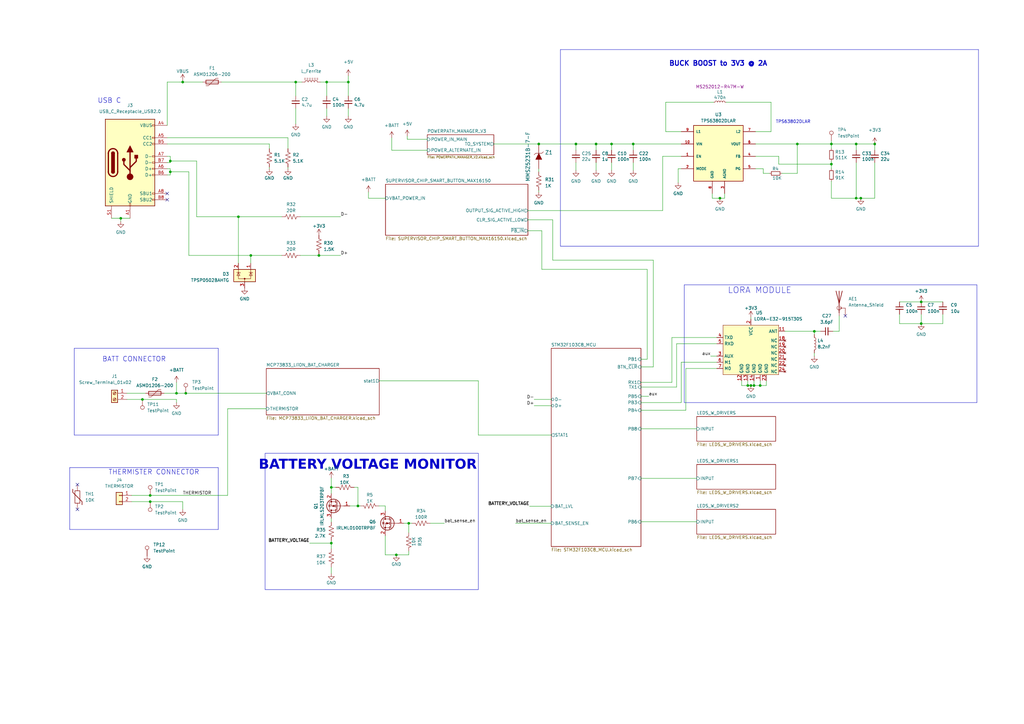
<source format=kicad_sch>
(kicad_sch (version 20230121) (generator eeschema)
  (paper "A3")
  (lib_symbols
    (symbol "Connector:Screw_Terminal_01x02" (pin_names (offset 1.016) hide)
      (property "Reference" "J" (at 0 2.54 0))
      (property "Value" "Screw_Terminal_01x02" (at 0 -5.08 0))
      (symbol "Screw_Terminal_01x02_1_1"
        (pin passive line (at -5.08 0 0) (length 3.81) (name "Pin_1") (number "1"))
        (pin passive line (at -5.08 -2.54 0) (length 3.81) (name "Pin_2") (number "2"))
      )
    )
    (symbol "Connector:TestPoint" (pin_numbers hide) (pin_names (offset 0.762) hide)
      (property "Reference" "TP" (at 0 6.858 0))
      (property "Value" "TestPoint" (at 0 5.08 0))
      (symbol "TestPoint_1_1"
        (pin passive line (at 0 0 90) (length 2.54) (name "1") (number "1"))
      )
    )
    (symbol "Connector:USB_C_Receptacle_USB2.0" (pin_names (offset 1.016))
      (property "Reference" "J" (at -10.16 19.05 0))
      (property "Value" "USB_C_Receptacle_USB2.0" (at 19.05 19.05 0))
      (symbol "USB_C_Receptacle_USB2.0_1_1"
        (pin passive line (at 0 -22.86 90) (length 5.08) (name "GND") (number "A1"))
        (pin passive line (at 0 -22.86 90) (length 5.08) hide (name "GND") (number "A12"))
        (pin passive line (at 15.24 15.24 180) (length 5.08) (name "VBUS") (number "A4"))
        (pin bidirectional line (at 15.24 10.16 180) (length 5.08) (name "CC1") (number "A5"))
        (pin bidirectional line (at 15.24 -2.54 180) (length 5.08) (name "D+") (number "A6"))
        (pin bidirectional line (at 15.24 2.54 180) (length 5.08) (name "D-") (number "A7"))
        (pin bidirectional line (at 15.24 -12.7 180) (length 5.08) (name "SBU1") (number "A8"))
        (pin passive line (at 15.24 15.24 180) (length 5.08) hide (name "VBUS") (number "A9"))
        (pin passive line (at 0 -22.86 90) (length 5.08) hide (name "GND") (number "B1"))
        (pin passive line (at 0 -22.86 90) (length 5.08) hide (name "GND") (number "B12"))
        (pin passive line (at 15.24 15.24 180) (length 5.08) hide (name "VBUS") (number "B4"))
        (pin bidirectional line (at 15.24 7.62 180) (length 5.08) (name "CC2") (number "B5"))
        (pin bidirectional line (at 15.24 -5.08 180) (length 5.08) (name "D+") (number "B6"))
        (pin bidirectional line (at 15.24 0 180) (length 5.08) (name "D-") (number "B7"))
        (pin bidirectional line (at 15.24 -15.24 180) (length 5.08) (name "SBU2") (number "B8"))
        (pin passive line (at 15.24 15.24 180) (length 5.08) hide (name "VBUS") (number "B9"))
        (pin passive line (at -7.62 -22.86 90) (length 5.08) (name "SHIELD") (number "S1"))
      )
    )
    (symbol "Connector_Generic:Conn_01x02" (pin_names (offset 1.016) hide)
      (property "Reference" "J" (at 0 2.54 0))
      (property "Value" "Conn_01x02" (at 0 -5.08 0))
      (symbol "Conn_01x02_1_1"
        (pin passive line (at -5.08 0 0) (length 3.81) (name "Pin_1") (number "1"))
        (pin passive line (at -5.08 -2.54 0) (length 3.81) (name "Pin_2") (number "2"))
      )
    )
    (symbol "Device:Antenna_Shield" (pin_numbers hide) (pin_names (offset 1.016) hide)
      (property "Reference" "AE" (at -1.905 4.445 0))
      (property "Value" "Antenna_Shield" (at -1.905 2.54 0))
      (symbol "Antenna_Shield_1_1"
        (pin input line (at 0 -5.08 90) (length 2.54) (name "A") (number "1"))
        (pin input line (at 2.54 -5.08 90) (length 2.54) (name "Shield") (number "2"))
      )
    )
    (symbol "Device:C_Small" (pin_numbers hide) (pin_names (offset 0.254) hide)
      (property "Reference" "C" (at 0.254 1.778 0))
      (property "Value" "C_Small" (at 0.254 -2.032 0))
      (symbol "C_Small_1_1"
        (pin passive line (at 0 2.54 270) (length 2.032) (name "~") (number "1"))
        (pin passive line (at 0 -2.54 90) (length 2.032) (name "~") (number "2"))
      )
    )
    (symbol "Device:L" (pin_numbers hide) (pin_names (offset 1.016) hide)
      (property "Reference" "L" (at -1.27 0 90))
      (property "Value" "L" (at 1.905 0 90))
      (symbol "L_1_1"
        (pin passive line (at 0 3.81 270) (length 1.27) (name "1") (number "1"))
        (pin passive line (at 0 -3.81 90) (length 1.27) (name "2") (number "2"))
      )
    )
    (symbol "Device:L_Ferrite" (pin_numbers hide) (pin_names (offset 1.016) hide)
      (property "Reference" "L" (at -1.27 0 90))
      (property "Value" "L_Ferrite" (at 2.794 0 90))
      (symbol "L_Ferrite_1_1"
        (pin passive line (at 0 3.81 270) (length 1.27) (name "1") (number "1"))
        (pin passive line (at 0 -3.81 90) (length 1.27) (name "2") (number "2"))
      )
    )
    (symbol "Device:L_Small" (pin_numbers hide) (pin_names (offset 0.254) hide)
      (property "Reference" "L" (at 0.762 1.016 0))
      (property "Value" "L_Small" (at 0.762 -1.016 0))
      (symbol "L_Small_1_1"
        (pin passive line (at 0 2.54 270) (length 0.508) (name "~") (number "1"))
        (pin passive line (at 0 -2.54 90) (length 0.508) (name "~") (number "2"))
      )
    )
    (symbol "Device:Polyfuse" (pin_numbers hide) (pin_names (offset 0))
      (property "Reference" "F" (at -2.54 0 90))
      (property "Value" "Polyfuse" (at 2.54 0 90))
      (symbol "Polyfuse_1_1"
        (pin passive line (at 0 3.81 270) (length 1.27) (name "~") (number "1"))
        (pin passive line (at 0 -3.81 90) (length 1.27) (name "~") (number "2"))
      )
    )
    (symbol "Device:Q_NMOS_GSD" (pin_names (offset 0) hide)
      (property "Reference" "Q" (at 5.08 1.27 0))
      (property "Value" "Q_NMOS_GSD" (at 5.08 -1.27 0))
      (symbol "Q_NMOS_GSD_1_1"
        (pin input line (at -5.08 0 0) (length 2.54) (name "G") (number "1"))
        (pin passive line (at 2.54 -5.08 90) (length 2.54) (name "S") (number "2"))
        (pin passive line (at 2.54 5.08 270) (length 2.54) (name "D") (number "3"))
      )
    )
    (symbol "Device:Q_PMOS_GSD" (pin_names (offset 0) hide)
      (property "Reference" "Q" (at 5.08 1.27 0))
      (property "Value" "Q_PMOS_GSD" (at 5.08 -1.27 0))
      (symbol "Q_PMOS_GSD_1_1"
        (pin input line (at -5.08 0 0) (length 2.54) (name "G") (number "1"))
        (pin passive line (at 2.54 -5.08 90) (length 2.54) (name "S") (number "2"))
        (pin passive line (at 2.54 5.08 270) (length 2.54) (name "D") (number "3"))
      )
    )
    (symbol "Device:R_Small" (pin_numbers hide) (pin_names (offset 0.254) hide)
      (property "Reference" "R" (at 0.762 0.508 0))
      (property "Value" "R_Small" (at 0.762 -1.016 0))
      (symbol "R_Small_1_1"
        (pin passive line (at 0 2.54 270) (length 0.762) (name "~") (number "1"))
        (pin passive line (at 0 -2.54 90) (length 0.762) (name "~") (number "2"))
      )
    )
    (symbol "Device:R_US" (pin_numbers hide) (pin_names (offset 0))
      (property "Reference" "R" (at 2.54 0 90))
      (property "Value" "R_US" (at -2.54 0 90))
      (symbol "R_US_1_1"
        (pin passive line (at 0 3.81 270) (length 1.27) (name "~") (number "1"))
        (pin passive line (at 0 -3.81 90) (length 1.27) (name "~") (number "2"))
      )
    )
    (symbol "Device:Thermistor" (pin_numbers hide) (pin_names (offset 0))
      (property "Reference" "TH" (at 2.54 1.27 90))
      (property "Value" "Thermistor" (at -2.54 0 90))
      (symbol "Thermistor_1_1"
        (pin passive line (at 0 5.08 270) (length 2.54) (name "~") (number "1"))
        (pin passive line (at 0 -5.08 90) (length 2.54) (name "~") (number "2"))
      )
    )
    (symbol "GCL_Integrated-Circuits:LORA-E32-915T30S"
      (property "Reference" "U" (at 3.81 3.81 0))
      (property "Value" "LORA-E32-915T30S" (at 3.81 1.27 0))
      (symbol "LORA-E32-915T30S_0_0"
        (pin power_in line (at 19.05 -24.13 90) (length 2.54) (name "GND") (number "1"))
        (pin power_in line (at 29.21 -3.81 180) (length 2.54) (name "ANT") (number "11"))
        (pin power_in line (at 11.43 -24.13 90) (length 2.54) (name "GND") (number "12"))
        (pin power_in line (at 13.97 -24.13 90) (length 2.54) (name "GND") (number "13"))
        (pin power_in line (at 16.51 -24.13 90) (length 2.54) (name "GND") (number "14"))
        (pin no_connect line (at 29.21 -7.62 180) (length 2.54) (name "NC") (number "18"))
        (pin no_connect line (at 29.21 -10.16 180) (length 2.54) (name "NC") (number "19"))
        (pin power_in line (at 15.24 1.27 270) (length 2.54) (name "VCC") (number "2"))
        (pin no_connect line (at 29.21 -12.7 180) (length 2.54) (name "NC") (number "20"))
        (pin no_connect line (at 29.21 -15.24 180) (length 2.54) (name "NC") (number "21"))
        (pin no_connect line (at 29.21 -17.78 180) (length 2.54) (name "NC") (number "22"))
        (pin power_in line (at 21.59 -24.13 90) (length 2.54) (name "GND") (number "23"))
        (pin no_connect line (at 29.21 -20.32 180) (length 2.54) (name "NC") (number "24"))
        (pin output line (at 1.27 -13.97 0) (length 2.54) (name "AUX") (number "3"))
        (pin passive line (at 1.27 -6.35 0) (length 2.54) (name "TXD") (number "4"))
        (pin passive line (at 1.27 -8.89 0) (length 2.54) (name "RXD") (number "5"))
        (pin passive line (at 1.27 -16.51 0) (length 2.54) (name "M1") (number "6"))
        (pin passive line (at 1.27 -19.05 0) (length 2.54) (name "M0") (number "7"))
      )
    )
    (symbol "Power_Protection:SP0502BAHT" (pin_names hide)
      (property "Reference" "D" (at 5.715 2.54 0))
      (property "Value" "SP0502BAHT" (at 5.715 0.635 0))
      (symbol "SP0502BAHT_0_0"
        (pin passive line (at 0 -5.08 90) (length 2.54) (name "A") (number "3"))
      )
      (symbol "SP0502BAHT_1_1"
        (pin passive line (at -2.54 5.08 270) (length 2.54) (name "K") (number "1"))
        (pin passive line (at 2.54 5.08 270) (length 2.54) (name "K") (number "2"))
      )
    )
    (symbol "TPS63802DLAR:TPS63802DLAR" (pin_names (offset 1.016))
      (property "Reference" "U?" (at 0 17.78 0))
      (property "Value" "TPS63802DLAR" (at 0 15.24 0))
      (symbol "TPS63802DLAR_0_0"
        (pin input line (at -15.24 0 0) (length 5.08) (name "EN") (number "1"))
        (pin input line (at -15.24 5.08 0) (length 5.08) (name "VIN") (number "10"))
        (pin input line (at -15.24 -5.08 0) (length 5.08) (name "MODE") (number "2"))
        (pin power_in line (at 2.54 -15.24 90) (length 5.08) (name "AGND") (number "3"))
        (pin input line (at 15.24 0 180) (length 5.08) (name "FB") (number "4"))
        (pin output line (at 15.24 -5.08 180) (length 5.08) (name "PG") (number "5"))
        (pin output line (at 15.24 5.08 180) (length 5.08) (name "VOUT") (number "6"))
        (pin passive line (at 15.24 10.16 180) (length 5.08) (name "L2") (number "7"))
        (pin power_in line (at -2.54 -15.24 90) (length 5.08) (name "GND") (number "8"))
        (pin passive line (at -15.24 10.16 0) (length 5.08) (name "L1") (number "9"))
      )
    )
    (symbol "dk_Diodes-Zener-Single:MMSZ5231B-7-F" (pin_numbers hide) (pin_names (offset 0) hide)
      (property "Reference" "Z" (at 0 3.81 0))
      (property "Value" "MMSZ5231B-7-F" (at 0 -3.81 0))
      (symbol "MMSZ5231B-7-F_1_1"
        (pin passive line (at -5.08 0 0) (length 3.81) (name "~") (number "A"))
        (pin passive line (at 5.08 0 180) (length 3.81) (name "~") (number "K"))
      )
    )
    (symbol "power:+3V3" (power) (pin_names (offset 0))
      (property "Value" "+3V3" (at 0 3.556 0))
      (symbol "+3V3_1_1"
        (pin power_in line (at 0 0 90) (length 0) hide (name "+3V3") (number "1"))
      )
    )
    (symbol "power:+5V" (power) (pin_names (offset 0))
      (property "Value" "+5V" (at 0 3.556 0))
      (symbol "+5V_1_1"
        (pin power_in line (at 0 0 90) (length 0) hide (name "+5V") (number "1"))
      )
    )
    (symbol "power:+BATT" (power) (pin_names (offset 0))
      (property "Value" "+BATT" (at 0 3.556 0))
      (symbol "+BATT_1_1"
        (pin power_in line (at 0 0 90) (length 0) hide (name "+BATT") (number "1"))
      )
    )
    (symbol "power:GND" (power) (pin_names (offset 0))
      (property "Value" "GND" (at 0 -3.81 0))
      (symbol "GND_1_1"
        (pin power_in line (at 0 0 270) (length 0) hide (name "GND") (number "1"))
      )
    )
    (symbol "power:VBUS" (power) (pin_names (offset 0))
      (property "Value" "VBUS" (at 0 3.81 0))
      (symbol "VBUS_1_1"
        (pin power_in line (at 0 0 90) (length 0) hide (name "VBUS") (number "1"))
      )
    )
  )
  (junction (at 69.85 70.485))
  (junction (at 295.275 81.28))
  (junction (at 49.53 89.535))
  (junction (at 167.64 214.63))
  (junction (at 121.285 33.655))
  (junction (at 97.79 88.9))
  (junction (at 351.155 59.055))
  (junction (at 377.825 123.825))
  (junction (at 58.42 163.83))
  (junction (at 327.025 59.055))
  (junction (at 146.812 207.518))
  (junction (at 351.155 81.28))
  (junction (at 334.01 135.89))
  (junction (at 142.875 33.655))
  (junction (at 358.775 59.055))
  (junction (at 133.985 33.655))
  (junction (at 236.22 59.055))
  (junction (at 340.995 59.055))
  (junction (at 135.89 199.898))
  (junction (at 130.81 104.775))
  (junction (at 340.995 67.31))
  (junction (at 311.785 158.115))
  (junction (at 353.06 81.28))
  (junction (at 309.245 158.115))
  (junction (at 69.85 66.04))
  (junction (at 259.715 59.055))
  (junction (at 250.825 59.055))
  (junction (at 162.56 227.584))
  (junction (at 61.595 205.74))
  (junction (at 244.475 59.055))
  (junction (at 76.2 161.29))
  (junction (at 72.39 161.29))
  (junction (at 135.89 222.758))
  (junction (at 377.825 132.715))
  (junction (at 306.705 158.115))
  (junction (at 307.975 158.115))
  (junction (at 74.93 33.655))
  (junction (at 102.87 104.775))
  (junction (at 61.595 203.2))
  (junction (at 220.98 59.055))
  (no_connect (at 31.75 208.915))
  (no_connect (at 31.75 198.755))
  (no_connect (at 346.71 129.54))
  (no_connect (at 68.58 81.915))
  (no_connect (at 68.58 79.375))
  (wire (pts (xy 74.93 33.655) (xy 83.185 33.655)))
  (wire (pts (xy 277.495 158.75) (xy 262.89 158.75)))
  (wire (pts (xy 155.575 156.21) (xy 196.215 156.21)))
  (wire (pts (xy 262.89 156.845) (xy 275.59 156.845)))
  (wire (pts (xy 80.645 66.04) (xy 80.645 88.9)))
  (wire (pts (xy 131.445 33.655) (xy 133.985 33.655)))
  (wire (pts (xy 279.4 53.975) (xy 273.05 53.975)))
  (wire (pts (xy 168.91 214.63) (xy 167.64 214.63)))
  (wire (pts (xy 220.98 59.055) (xy 236.22 59.055)))
  (wire (pts (xy 68.58 33.655) (xy 68.58 51.435)))
  (wire (pts (xy 90.805 33.655) (xy 121.285 33.655)))
  (polyline (pts (xy 28.575 191.77) (xy 89.535 191.77)))
  (wire (pts (xy 142.875 31.115) (xy 142.875 33.655)))
  (wire (pts (xy 72.39 165.1) (xy 72.39 163.83)))
  (wire (pts (xy 69.85 70.485) (xy 69.85 69.215)))
  (wire (pts (xy 68.58 66.675) (xy 69.85 66.675)))
  (wire (pts (xy 259.715 59.055) (xy 279.4 59.055)))
  (wire (pts (xy 358.775 59.055) (xy 358.775 61.595)))
  (wire (pts (xy 340.995 81.28) (xy 351.155 81.28)))
  (wire (pts (xy 93.345 167.64) (xy 93.345 203.2)))
  (wire (pts (xy 77.47 104.775) (xy 102.87 104.775)))
  (wire (pts (xy 167.64 227.584) (xy 162.56 227.584)))
  (wire (pts (xy 145.288 199.898) (xy 146.812 199.898)))
  (wire (pts (xy 123.19 88.9) (xy 139.7 88.9)))
  (wire (pts (xy 167.64 218.44) (xy 167.64 214.63)))
  (wire (pts (xy 146.812 207.518) (xy 143.51 207.518)))
  (wire (pts (xy 160.655 56.515) (xy 160.655 61.595)))
  (wire (pts (xy 313.055 69.215) (xy 313.055 71.12)))
  (wire (pts (xy 167.64 227.584) (xy 167.64 226.06)))
  (wire (pts (xy 351.155 59.055) (xy 358.775 59.055)))
  (wire (pts (xy 351.155 81.28) (xy 353.06 81.28)))
  (wire (pts (xy 45.72 89.535) (xy 49.53 89.535)))
  (wire (pts (xy 275.59 138.43) (xy 294.005 138.43)))
  (wire (pts (xy 244.475 66.675) (xy 244.475 69.85)))
  (wire (pts (xy 110.49 68.58) (xy 110.49 69.215)))
  (polyline (pts (xy 400.685 165.1) (xy 280.67 165.1)))
  (wire (pts (xy 262.89 196.215) (xy 285.75 196.215)))
  (wire (pts (xy 74.93 205.74) (xy 74.93 208.915)))
  (wire (pts (xy 61.595 203.2) (xy 93.345 203.2)))
  (wire (pts (xy 226.695 90.17) (xy 226.695 106.68)))
  (wire (pts (xy 121.285 44.45) (xy 121.285 50.8)))
  (wire (pts (xy 279.4 165.1) (xy 279.4 148.59)))
  (wire (pts (xy 309.245 158.115) (xy 311.785 158.115)))
  (wire (pts (xy 167.005 57.15) (xy 175.26 57.15)))
  (wire (pts (xy 216.535 90.17) (xy 226.695 90.17)))
  (wire (pts (xy 226.06 166.37) (xy 219.075 166.37)))
  (wire (pts (xy 244.475 59.055) (xy 244.475 61.595)))
  (wire (pts (xy 309.245 156.21) (xy 309.245 158.115)))
  (wire (pts (xy 351.155 66.675) (xy 351.155 81.28)))
  (wire (pts (xy 76.2 161.29) (xy 109.22 161.29)))
  (wire (pts (xy 262.89 162.56) (xy 266.065 162.56)))
  (wire (pts (xy 72.39 161.29) (xy 72.39 156.845)))
  (wire (pts (xy 196.215 156.21) (xy 196.215 178.435)))
  (wire (pts (xy 340.995 67.31) (xy 340.995 66.04)))
  (wire (pts (xy 334.01 137.16) (xy 334.01 135.89)))
  (polyline (pts (xy 89.535 191.77) (xy 89.535 217.17)))
  (wire (pts (xy 196.215 178.435) (xy 226.06 178.435)))
  (wire (pts (xy 250.825 66.675) (xy 250.825 69.85)))
  (wire (pts (xy 157.988 207.518) (xy 155.448 207.518)))
  (wire (pts (xy 121.285 33.655) (xy 121.285 39.37)))
  (wire (pts (xy 341.63 135.89) (xy 344.17 135.89)))
  (wire (pts (xy 97.79 88.9) (xy 115.57 88.9)))
  (wire (pts (xy 69.85 69.215) (xy 68.58 69.215)))
  (wire (pts (xy 267.97 150.495) (xy 267.97 106.68)))
  (wire (pts (xy 265.43 110.49) (xy 265.43 147.32)))
  (wire (pts (xy 135.89 232.664) (xy 135.89 235.204)))
  (wire (pts (xy 142.875 44.45) (xy 142.875 47.625)))
  (wire (pts (xy 316.23 53.975) (xy 309.88 53.975)))
  (wire (pts (xy 68.58 33.655) (xy 74.93 33.655)))
  (wire (pts (xy 69.85 64.135) (xy 68.58 64.135)))
  (wire (pts (xy 297.815 41.91) (xy 316.23 41.91)))
  (wire (pts (xy 222.25 94.615) (xy 222.25 110.49)))
  (wire (pts (xy 69.85 70.485) (xy 77.47 70.485)))
  (wire (pts (xy 368.935 123.825) (xy 377.825 123.825)))
  (wire (pts (xy 294.005 140.97) (xy 277.495 140.97)))
  (wire (pts (xy 67.31 161.29) (xy 72.39 161.29)))
  (wire (pts (xy 307.975 130.175) (xy 307.975 130.81)))
  (wire (pts (xy 118.11 68.58) (xy 118.11 69.215)))
  (wire (pts (xy 278.13 69.215) (xy 278.13 74.93)))
  (wire (pts (xy 340.995 81.28) (xy 340.995 74.295)))
  (wire (pts (xy 353.06 81.28) (xy 358.775 81.28)))
  (wire (pts (xy 202.565 59.055) (xy 220.98 59.055)))
  (wire (pts (xy 147.828 207.518) (xy 146.812 207.518)))
  (wire (pts (xy 297.18 81.28) (xy 297.18 79.375)))
  (wire (pts (xy 135.89 222.758) (xy 127 222.758)))
  (wire (pts (xy 368.935 128.905) (xy 368.935 132.715)))
  (wire (pts (xy 334.01 146.05) (xy 334.01 144.78)))
  (wire (pts (xy 216.535 94.615) (xy 222.25 94.615)))
  (wire (pts (xy 133.985 33.655) (xy 133.985 39.37)))
  (wire (pts (xy 262.89 147.32) (xy 265.43 147.32)))
  (wire (pts (xy 211.455 214.63) (xy 226.06 214.63)))
  (wire (pts (xy 368.935 132.715) (xy 377.825 132.715)))
  (wire (pts (xy 311.785 156.21) (xy 311.785 158.115)))
  (wire (pts (xy 309.88 59.055) (xy 327.025 59.055)))
  (wire (pts (xy 157.988 227.584) (xy 157.988 219.71)))
  (wire (pts (xy 109.22 167.64) (xy 93.345 167.64)))
  (wire (pts (xy 292.1 81.28) (xy 295.275 81.28)))
  (wire (pts (xy 271.78 64.135) (xy 279.4 64.135)))
  (wire (pts (xy 262.89 175.895) (xy 285.75 175.895)))
  (wire (pts (xy 102.87 104.775) (xy 115.57 104.775)))
  (wire (pts (xy 321.945 135.89) (xy 334.01 135.89)))
  (wire (pts (xy 262.89 213.995) (xy 285.75 213.995)))
  (polyline (pts (xy 89.535 142.875) (xy 89.535 178.435)))
  (polyline (pts (xy 30.48 142.875) (xy 89.535 142.875)))
  (wire (pts (xy 273.05 41.91) (xy 292.735 41.91)))
  (wire (pts (xy 277.495 140.97) (xy 277.495 158.75)))
  (polyline (pts (xy 229.87 20.32) (xy 401.32 20.32)))
  (wire (pts (xy 313.055 71.12) (xy 315.595 71.12)))
  (wire (pts (xy 77.47 70.485) (xy 77.47 104.775)))
  (wire (pts (xy 53.975 205.74) (xy 61.595 205.74)))
  (wire (pts (xy 319.405 67.31) (xy 340.995 67.31)))
  (wire (pts (xy 167.005 55.88) (xy 167.005 57.15)))
  (wire (pts (xy 309.88 69.215) (xy 313.055 69.215)))
  (wire (pts (xy 340.995 59.055) (xy 340.995 60.96)))
  (wire (pts (xy 53.975 203.2) (xy 61.595 203.2)))
  (wire (pts (xy 142.875 33.655) (xy 142.875 39.37)))
  (wire (pts (xy 306.705 156.21) (xy 306.705 158.115)))
  (wire (pts (xy 377.825 123.825) (xy 386.715 123.825)))
  (polyline (pts (xy 89.535 178.435) (xy 30.48 178.435)))
  (wire (pts (xy 314.325 158.115) (xy 314.325 156.21)))
  (wire (pts (xy 358.775 66.675) (xy 358.775 81.28)))
  (wire (pts (xy 281.305 168.275) (xy 281.305 151.13)))
  (polyline (pts (xy 400.685 116.84) (xy 400.685 165.1)))
  (wire (pts (xy 130.81 104.775) (xy 139.7 104.775)))
  (wire (pts (xy 135.89 196.088) (xy 135.89 199.898)))
  (wire (pts (xy 167.64 214.63) (xy 165.608 214.63)))
  (wire (pts (xy 340.995 67.31) (xy 340.995 69.215)))
  (wire (pts (xy 135.89 225.044) (xy 135.89 222.758)))
  (wire (pts (xy 74.93 33.02) (xy 74.93 33.655)))
  (wire (pts (xy 259.715 66.675) (xy 259.715 69.85)))
  (wire (pts (xy 304.165 156.21) (xy 304.165 158.115)))
  (wire (pts (xy 278.13 69.215) (xy 279.4 69.215)))
  (wire (pts (xy 133.985 33.655) (xy 142.875 33.655)))
  (wire (pts (xy 72.39 163.83) (xy 58.42 163.83)))
  (wire (pts (xy 118.11 56.515) (xy 118.11 60.96)))
  (wire (pts (xy 146.812 207.518) (xy 146.812 199.898)))
  (wire (pts (xy 295.275 81.28) (xy 297.18 81.28)))
  (wire (pts (xy 377.825 132.715) (xy 386.715 132.715)))
  (wire (pts (xy 334.01 135.89) (xy 336.55 135.89)))
  (wire (pts (xy 58.42 163.83) (xy 52.07 163.83)))
  (wire (pts (xy 69.85 66.04) (xy 69.85 64.135)))
  (polyline (pts (xy 229.87 100.965) (xy 401.32 100.965)))
  (wire (pts (xy 226.06 163.83) (xy 219.075 163.83)))
  (wire (pts (xy 133.985 44.45) (xy 133.985 47.625)))
  (wire (pts (xy 220.98 70.485) (xy 220.98 69.215)))
  (wire (pts (xy 123.19 104.775) (xy 130.81 104.775)))
  (wire (pts (xy 351.155 59.055) (xy 351.155 61.595)))
  (wire (pts (xy 135.89 212.598) (xy 135.89 214.122)))
  (polyline (pts (xy 280.67 116.84) (xy 280.67 165.1)))
  (wire (pts (xy 130.81 104.14) (xy 130.81 104.775)))
  (wire (pts (xy 273.05 53.975) (xy 273.05 41.91)))
  (wire (pts (xy 236.22 59.055) (xy 236.22 61.595)))
  (wire (pts (xy 61.595 205.74) (xy 74.93 205.74)))
  (wire (pts (xy 236.22 59.055) (xy 244.475 59.055)))
  (polyline (pts (xy 229.87 20.32) (xy 229.87 100.965)))
  (wire (pts (xy 176.53 214.63) (xy 182.245 214.63)))
  (wire (pts (xy 222.25 110.49) (xy 265.43 110.49)))
  (wire (pts (xy 275.59 156.845) (xy 275.59 138.43)))
  (wire (pts (xy 262.89 150.495) (xy 267.97 150.495)))
  (wire (pts (xy 121.285 33.655) (xy 123.825 33.655)))
  (wire (pts (xy 316.23 41.91) (xy 316.23 53.975)))
  (wire (pts (xy 97.79 88.9) (xy 97.79 107.95)))
  (wire (pts (xy 69.85 71.755) (xy 69.85 70.485)))
  (wire (pts (xy 175.26 61.595) (xy 160.655 61.595)))
  (wire (pts (xy 102.87 104.775) (xy 102.87 107.95)))
  (wire (pts (xy 158.115 81.28) (xy 151.13 81.28)))
  (wire (pts (xy 281.305 151.13) (xy 294.005 151.13)))
  (wire (pts (xy 307.975 158.115) (xy 309.245 158.115)))
  (wire (pts (xy 135.89 221.742) (xy 135.89 222.758)))
  (wire (pts (xy 80.645 88.9) (xy 97.79 88.9)))
  (wire (pts (xy 68.58 71.755) (xy 69.85 71.755)))
  (wire (pts (xy 69.85 66.675) (xy 69.85 66.04)))
  (wire (pts (xy 319.405 67.31) (xy 319.405 64.135)))
  (wire (pts (xy 306.705 158.115) (xy 307.975 158.115)))
  (wire (pts (xy 386.715 132.715) (xy 386.715 128.905)))
  (wire (pts (xy 226.06 207.645) (xy 217.17 207.645)))
  (wire (pts (xy 319.405 64.135) (xy 309.88 64.135)))
  (wire (pts (xy 250.825 59.055) (xy 259.715 59.055)))
  (wire (pts (xy 135.89 199.898) (xy 135.89 202.438)))
  (wire (pts (xy 267.97 106.68) (xy 226.695 106.68)))
  (wire (pts (xy 220.98 78.105) (xy 220.98 78.74)))
  (wire (pts (xy 72.39 161.29) (xy 76.2 161.29)))
  (wire (pts (xy 311.785 158.115) (xy 314.325 158.115)))
  (wire (pts (xy 304.165 158.115) (xy 306.705 158.115)))
  (wire (pts (xy 69.85 66.04) (xy 80.645 66.04)))
  (wire (pts (xy 271.78 86.36) (xy 271.78 64.135)))
  (wire (pts (xy 377.825 128.905) (xy 377.825 132.715)))
  (wire (pts (xy 110.49 59.055) (xy 110.49 60.96)))
  (wire (pts (xy 162.56 227.584) (xy 157.988 227.584)))
  (wire (pts (xy 320.675 71.12) (xy 327.025 71.12)))
  (wire (pts (xy 344.17 129.54) (xy 344.17 135.89)))
  (wire (pts (xy 52.07 161.29) (xy 59.69 161.29)))
  (wire (pts (xy 68.58 56.515) (xy 118.11 56.515)))
  (wire (pts (xy 279.4 148.59) (xy 294.005 148.59)))
  (polyline (pts (xy 30.48 142.875) (xy 30.48 178.435)))
  (polyline (pts (xy 28.575 191.77) (xy 28.575 217.17)))
  (wire (pts (xy 259.715 59.055) (xy 259.715 61.595)))
  (wire (pts (xy 340.995 59.055) (xy 351.155 59.055)))
  (wire (pts (xy 216.535 86.36) (xy 271.78 86.36)))
  (wire (pts (xy 327.025 59.055) (xy 340.995 59.055)))
  (wire (pts (xy 340.995 57.785) (xy 340.995 59.055)))
  (polyline (pts (xy 280.67 116.84) (xy 400.685 116.84)))
  (wire (pts (xy 291.465 146.05) (xy 294.005 146.05)))
  (wire (pts (xy 250.825 59.055) (xy 250.825 61.595)))
  (wire (pts (xy 135.89 199.898) (xy 137.668 199.898)))
  (wire (pts (xy 292.1 79.375) (xy 292.1 81.28)))
  (wire (pts (xy 157.988 209.55) (xy 157.988 207.518)))
  (polyline (pts (xy 401.32 100.965) (xy 401.32 20.32)))
  (wire (pts (xy 236.22 66.675) (xy 236.22 69.85)))
  (wire (pts (xy 262.89 168.275) (xy 281.305 168.275)))
  (wire (pts (xy 262.89 165.1) (xy 279.4 165.1)))
  (wire (pts (xy 327.025 71.12) (xy 327.025 59.055)))
  (wire (pts (xy 68.58 59.055) (xy 110.49 59.055)))
  (polyline (pts (xy 89.535 217.17) (xy 28.575 217.17)))
  (wire (pts (xy 49.53 89.535) (xy 49.53 90.805)))
  (wire (pts (xy 151.13 78.74) (xy 151.13 81.28)))
  (wire (pts (xy 49.53 89.535) (xy 53.34 89.535)))
  (wire (pts (xy 244.475 59.055) (xy 250.825 59.055)))
  (rectangle (start 108.712 241.808) (end 196.215 185.928))
  (text "BUCK BOOST to 3V3 @ 2A" (at 274.32 27.305 0) (effects (font (size 2 2) (thickness 0.4) bold) (justify left bottom)))
  (text "LORA MODULE" (at 298.45 120.65 0) (effects (font (size 2.5 2.5)) (justify left bottom)))
  (text "BATT CONNECTOR" (at 41.91 148.59 0) (effects (font (size 2 2)) (justify left bottom)))
  (text "USB C" (at 40.005 42.545 0) (effects (font (size 2 2)) (justify left bottom)))
  (text "BATTERY VOLTAGE MONITOR" (at 195.58 194.183 0) (effects (font (size 4 4) bold) (justify right bottom)))
  (text "TPS63802DLAR" (at 318.135 50.8 0) (effects (font (size 1.27 1.27)) (justify left bottom)))
  (text "THERMISTER CONNECTOR" (at 44.45 194.945 0) (effects (font (size 2 2)) (justify left bottom)))
  (label "D+" (at 219.075 166.37 180))
  (label "D+" (at 139.7 104.775 0))
  (label "D-" (at 219.075 163.83 180))
  (label "aux" (at 266.065 162.56 0))
  (label "D-" (at 139.7 88.9 0))
  (label "bat_sense_en" (at 182.245 214.63 0))
  (label "aux" (at 291.465 146.05 180))
  (label "BATTERY_VOLTAGE" (at 127 222.758 180) (effects (font bold)))
  (label "BATTERY_VOLTAGE" (at 217.17 207.645 180) (effects (font bold)))
  (label "THERMISTOR" (at 74.93 203.2 0))
  (label "bat_sense_en" (at 211.455 214.63 0))
  (symbol (lib_id "power:GND") (at 162.56 227.584 0) (mirror y) (unit 1)
    (property "Reference" "#PWR032" (effects hide))
    (property "Value" "GND" (at 162.56 231.394 0))
  )
  (symbol (lib_id "Device:R_US") (at 141.478 199.898 90) (mirror x) (unit 1)
    (property "Reference" "R3" (at 143.256 195.326 90) (effects (justify left)))
    (property "Value" "10K" (at 143.256 197.866 90) (effects (justify left)))
    (property "Footprint" "Resistor_SMD:R_0402_1005Metric" (effects hide))
  )
  (symbol (lib_id "power:GND") (at 334.01 146.05 0) (unit 1)
    (property "Reference" "#PWR0118" (effects hide))
    (property "Value" "GND" (at 334.01 150.495 0))
  )
  (symbol (lib_id "Device:R_US") (at 110.49 64.77 0) (unit 1)
    (property "Reference" "R1" (at 112.395 63.4999 0) (effects (justify left)))
    (property "Value" "5.1K" (at 112.395 66.0399 0) (effects (justify left)))
    (property "Footprint" "Resistor_SMD:R_0402_1005Metric" (effects hide))
  )
  (symbol (lib_id "power:GND") (at 135.89 235.204 0) (mirror y) (unit 1)
    (property "Reference" "#PWR033" (effects hide))
    (property "Value" "GND" (at 135.89 239.014 0))
  )
  (symbol (lib_id "power:GND") (at 49.53 90.805 0) (unit 1)
    (property "Reference" "#PWR01" (effects hide))
    (property "Value" "GND" (at 49.53 95.25 0))
  )
  (symbol (lib_id "Device:R_US") (at 135.89 217.932 0) (mirror y) (unit 1)
    (property "Reference" "R35" (at 133.604 217.297 0) (effects (justify left)))
    (property "Value" "2.7K" (at 133.604 219.837 0) (effects (justify left)))
    (property "Footprint" "Resistor_SMD:R_0402_1005Metric" (effects hide))
  )
  (symbol (lib_id "Device:C_Small") (at 244.475 64.135 0) (unit 1)
    (property "Reference" "C8" (at 246.8118 62.9666 0) (effects (justify left)))
    (property "Value" "1u" (at 246.8118 65.278 0) (effects (justify left)))
    (property "Footprint" "Capacitor_SMD:C_0603_1608Metric" (effects hide))
  )
  (symbol (lib_id "Connector:Screw_Terminal_01x02") (at 46.99 161.29 0) (mirror y) (unit 1)
    (property "Reference" "J1" (at 46.99 154.305 0))
    (property "Value" "Screw_Terminal_01x02" (at 43.18 156.845 0))
    (property "Footprint" "Connector_JST:JST_XH_S2B-XH-A_1x02_P2.50mm_Horizontal" (effects hide))
  )
  (symbol (lib_id "power:GND") (at 100.33 118.11 0) (unit 1)
    (property "Reference" "#PWR058" (effects hide))
    (property "Value" "GND" (at 100.33 122.555 0))
  )
  (symbol (lib_id "power:GND") (at 236.22 69.85 0) (unit 1)
    (property "Reference" "#PWR010" (effects hide))
    (property "Value" "GND" (at 236.22 74.295 0))
  )
  (symbol (lib_id "power:+5V") (at 167.005 55.88 0) (unit 1)
    (property "Reference" "#PWR09" (effects hide))
    (property "Value" "+5V" (at 167.005 50.8 0))
  )
  (symbol (lib_id "power:GND") (at 110.49 69.215 0) (unit 1)
    (property "Reference" "#PWR06" (effects hide))
    (property "Value" "GND" (at 110.49 73.025 0))
  )
  (symbol (lib_id "Device:R_US") (at 135.89 228.854 0) (mirror y) (unit 1)
    (property "Reference" "R37" (at 133.604 228.219 0) (effects (justify left)))
    (property "Value" "10K" (at 133.604 230.759 0) (effects (justify left)))
    (property "Footprint" "Resistor_SMD:R_0402_1005Metric" (effects hide))
  )
  (symbol (lib_id "Device:R_US") (at 220.98 74.295 0) (unit 1)
    (property "Reference" "R31" (at 223.52 73.66 0) (effects (justify left)))
    (property "Value" "1K" (at 223.52 76.2 0) (effects (justify left)))
    (property "Footprint" "Resistor_SMD:R_0402_1005Metric" (effects hide))
  )
  (symbol (lib_id "Device:Thermistor") (at 31.75 203.835 0) (unit 1) (on_board no)
    (property "Reference" "TH1" (at 34.925 202.5649 0) (effects (justify left)))
    (property "Value" "10K" (at 34.925 205.1049 0) (effects (justify left)))
  )
  (symbol (lib_id "power:GND") (at 72.39 165.1 0) (unit 1)
    (property "Reference" "#PWR04" (effects hide))
    (property "Value" "GND" (at 72.39 169.545 0))
  )
  (symbol (lib_id "power:GND") (at 142.875 47.625 0) (unit 1)
    (property "Reference" "#PWR0113" (effects hide))
    (property "Value" "GND" (at 142.875 52.07 0))
  )
  (symbol (lib_id "Device:C_Small") (at 133.985 41.91 0) (unit 1)
    (property "Reference" "C4" (at 136.3218 40.7416 0) (effects (justify left)))
    (property "Value" "100n" (at 136.3218 43.053 0) (effects (justify left)))
    (property "Footprint" "Capacitor_SMD:C_0603_1608Metric" (effects hide))
  )
  (symbol (lib_id "Connector:TestPoint") (at 61.595 203.2 0) (unit 1)
    (property "Reference" "TP1" (at 63.5 198.6279 0) (effects (justify left)))
    (property "Value" "TestPoint" (at 63.5 201.1679 0) (effects (justify left)))
    (property "Footprint" "brilliant-kicad-library:TestPoint_Pad_D0.9mm" (effects hide))
  )
  (symbol (lib_id "power:GND") (at 220.98 78.74 0) (unit 1)
    (property "Reference" "#PWR040" (effects hide))
    (property "Value" "GND" (at 220.98 83.185 0))
  )
  (symbol (lib_id "power:+BATT") (at 151.13 78.74 0) (unit 1)
    (property "Reference" "#PWR0104" (effects hide))
    (property "Value" "+BATT" (at 151.13 73.66 0))
  )
  (symbol (lib_id "Device:R_Small") (at 340.995 71.755 0) (unit 1)
    (property "Reference" "R14" (at 342.4936 70.5866 0) (effects (justify left)))
    (property "Value" "91K" (at 342.4936 72.898 0) (effects (justify left)))
    (property "Footprint" "Resistor_SMD:R_0603_1608Metric" (effects hide))
  )
  (symbol (lib_id "Device:C_Small") (at 259.715 64.135 0) (unit 1)
    (property "Reference" "C22" (at 262.0518 62.9666 0) (effects (justify left)))
    (property "Value" "100n" (at 262.0518 65.278 0) (effects (justify left)))
    (property "Footprint" "Capacitor_SMD:C_0402_1005Metric" (effects hide))
  )
  (symbol (lib_id "power:+BATT") (at 72.39 156.845 0) (unit 1)
    (property "Reference" "#PWR03" (effects hide))
    (property "Value" "+BATT" (at 72.39 151.765 0))
  )
  (symbol (lib_id "Power_Protection:SP0502BAHT") (at 100.33 113.03 0) (mirror y) (unit 1)
    (property "Reference" "D3" (at 93.98 112.395 0) (effects (justify left)))
    (property "Value" "TPSP0502BAHTG" (at 93.98 114.935 0) (effects (justify left)))
    (property "Footprint" "Package_TO_SOT_SMD:SOT-23" (effects hide))
    (property "Datasheet" "http://www.littelfuse.com/~/media/files/littelfuse/technical%20resources/documents/data%20sheets/sp05xxba.pdf" (effects hide))
  )
  (symbol (lib_id "power:+3V3") (at 130.81 96.52 0) (unit 1)
    (property "Reference" "#PWR060" (effects hide))
    (property "Value" "+3V3" (at 130.81 92.71 0))
  )
  (symbol (lib_id "power:GND") (at 250.825 69.85 0) (unit 1)
    (property "Reference" "#PWR0110" (effects hide))
    (property "Value" "GND" (at 250.825 74.295 0))
  )
  (symbol (lib_id "power:+5V") (at 142.875 31.115 0) (unit 1)
    (property "Reference" "#PWR0106" (effects hide))
    (property "Value" "+5V" (at 142.875 25.4 0))
  )
  (symbol (lib_id "power:GND") (at 244.475 69.85 0) (unit 1)
    (property "Reference" "#PWR0108" (effects hide))
    (property "Value" "GND" (at 244.475 74.295 0))
  )
  (symbol (lib_id "power:GND") (at 295.275 81.28 0) (unit 1)
    (property "Reference" "#PWR0111" (effects hide))
    (property "Value" "GND" (at 295.275 85.725 0))
  )
  (symbol (lib_id "power:GND") (at 259.715 69.85 0) (unit 1)
    (property "Reference" "#PWR0109" (effects hide))
    (property "Value" "GND" (at 259.715 74.295 0))
  )
  (symbol (lib_id "power:+3V3") (at 307.975 130.175 0) (unit 1)
    (property "Reference" "#PWR037" (effects hide))
    (property "Value" "+3V3" (at 307.975 126.365 0))
  )
  (symbol (lib_id "Device:L_Small") (at 295.275 41.91 90) (unit 1)
    (property "Reference" "L1" (at 295.275 37.6936 90))
    (property "Value" "470n" (at 295.275 40.005 90))
    (property "Footprint" "Inductor_SMD:L_1008_2520Metric" (effects hide))
    (property "MPN" "MS252012-R47M-W" (at 295.275 35.56 90))
  )
  (symbol (lib_id "power:+BATT") (at 160.655 56.515 0) (unit 1)
    (property "Reference" "#PWR08" (effects hide))
    (property "Value" "+BATT" (at 160.655 51.435 0))
  )
  (symbol (lib_id "Connector_Generic:Conn_01x02") (at 48.895 203.2 0) (mirror y) (unit 1)
    (property "Reference" "J4" (at 48.895 196.85 0))
    (property "Value" "THERMISTOR" (at 48.895 199.39 0))
    (property "Footprint" "Connector_JST:JST_EH_B2B-EH-A_1x02_P2.50mm_Vertical" (effects hide))
  )
  (symbol (lib_id "power:GND") (at 133.985 47.625 0) (unit 1)
    (property "Reference" "#PWR0112" (effects hide))
    (property "Value" "GND" (at 133.985 52.07 0))
  )
  (symbol (lib_id "Device:R_US") (at 119.38 88.9 90) (unit 1)
    (property "Reference" "R32" (at 119.38 83.82 90))
    (property "Value" "20R" (at 119.38 86.36 90))
    (property "Footprint" "Resistor_SMD:R_0402_1005Metric" (effects hide))
  )
  (symbol (lib_id "Device:C_Small") (at 339.09 135.89 90) (unit 1)
    (property "Reference" "C27" (at 339.0963 129.54 90))
    (property "Value" "3.6pF" (at 339.0963 132.08 90))
    (property "Footprint" "Capacitor_SMD:C_0402_1005Metric" (effects hide))
  )
  (symbol (lib_id "power:GND") (at 377.825 132.715 0) (unit 1)
    (property "Reference" "#PWR0116" (effects hide))
    (property "Value" "GND" (at 377.825 137.16 0))
  )
  (symbol (lib_id "Device:R_US") (at 172.72 214.63 90) (mirror x) (unit 1)
    (property "Reference" "R34" (at 172.72 209.55 90))
    (property "Value" "100R" (at 172.72 212.09 90))
    (property "Footprint" "Resistor_SMD:R_0402_1005Metric" (effects hide))
  )
  (symbol (lib_id "Device:C_Small") (at 358.775 64.135 0) (unit 1)
    (property "Reference" "C34" (at 361.1118 62.9666 0) (effects (justify left)))
    (property "Value" "22u" (at 361.1118 65.278 0) (effects (justify left)))
    (property "Footprint" "Capacitor_SMD:C_0603_1608Metric" (effects hide))
  )
  (symbol (lib_id "Device:Q_PMOS_GSD") (at 138.43 207.518 180) (unit 1)
    (property "Reference" "Q1" (at 129.54 207.518 90))
    (property "Value" "IRLML5203TRPBF" (at 132.08 207.518 90))
    (property "Footprint" "Package_TO_SOT_SMD:SOT-23" (effects hide))
  )
  (symbol (lib_id "power:GND") (at 74.93 208.915 0) (unit 1)
    (property "Reference" "#PWR011" (effects hide))
    (property "Value" "GND" (at 74.93 213.36 0))
  )
  (symbol (lib_id "Device:R_US") (at 167.64 222.25 0) (mirror y) (unit 1)
    (property "Reference" "R36" (at 172.212 224.028 90) (effects (justify left)))
    (property "Value" "10K" (at 169.672 224.028 90) (effects (justify left)))
    (property "Footprint" "Resistor_SMD:R_0402_1005Metric" (effects hide))
  )
  (symbol (lib_id "Device:Polyfuse") (at 86.995 33.655 90) (unit 1)
    (property "Reference" "F1" (at 86.995 27.94 90))
    (property "Value" "ASMD1206-200" (at 86.995 30.48 90))
    (property "Footprint" "Fuse:Fuse_1206_3216Metric" (effects hide))
  )
  (symbol (lib_id "power:GND") (at 278.13 74.93 0) (unit 1)
    (property "Reference" "#PWR0107" (effects hide))
    (property "Value" "GND" (at 278.13 79.375 0))
  )
  (symbol (lib_id "Device:Q_NMOS_GSD") (at 160.528 214.63 0) (mirror y) (unit 1)
    (property "Reference" "Q6" (at 154.178 213.995 0) (effects (justify left)))
    (property "Value" "IRLML0100TRPBF" (at 154.178 216.535 0) (effects (justify left)))
    (property "Footprint" "Package_TO_SOT_SMD:SOT-23" (effects hide))
  )
  (symbol (lib_id "Connector:TestPoint") (at 76.2 161.29 0) (unit 1)
    (property "Reference" "TP3" (at 78.74 156.7179 0) (effects (justify left)))
    (property "Value" "TestPoint" (at 78.74 159.2579 0) (effects (justify left)))
    (property "Footprint" "brilliant-kicad-library:TestPoint_Pad_D0.9mm" (effects hide))
  )
  (symbol (lib_id "power:GND") (at 118.11 69.215 0) (unit 1)
    (property "Reference" "#PWR07" (effects hide))
    (property "Value" "GND" (at 118.11 73.025 0))
  )
  (symbol (lib_id "Device:R_US") (at 151.638 207.518 90) (mirror x) (unit 1)
    (property "Reference" "R5" (at 151.638 202.946 90))
    (property "Value" "1K" (at 151.638 205.486 90))
    (property "Footprint" "Resistor_SMD:R_0402_1005Metric" (effects hide))
  )
  (symbol (lib_id "power:GND") (at 353.06 81.28 0) (unit 1)
    (property "Reference" "#PWR014" (effects hide))
    (property "Value" "GND" (at 353.06 85.725 0))
  )
  (symbol (lib_id "Device:R_US") (at 118.11 64.77 0) (unit 1)
    (property "Reference" "R2" (at 120.015 63.4999 0) (effects (justify left)))
    (property "Value" "5.1K" (at 120.015 66.0399 0) (effects (justify left)))
    (property "Footprint" "Resistor_SMD:R_0402_1005Metric" (effects hide))
  )
  (symbol (lib_id "Device:C_Small") (at 351.155 64.135 0) (unit 1)
    (property "Reference" "C33" (at 353.4918 62.9666 0) (effects (justify left)))
    (property "Value" "100n" (at 353.4918 65.278 0) (effects (justify left)))
    (property "Footprint" "Capacitor_SMD:C_0402_1005Metric" (effects hide))
  )
  (symbol (lib_id "power:GND") (at 307.975 158.115 0) (unit 1)
    (property "Reference" "#PWR038" (effects hide))
    (property "Value" "GND" (at 307.975 162.56 0))
  )
  (symbol (lib_id "Device:C_Small") (at 121.285 41.91 0) (unit 1)
    (property "Reference" "C2" (at 123.6218 40.7416 0) (effects (justify left)))
    (property "Value" "4.7u" (at 123.6218 43.053 0) (effects (justify left)))
    (property "Footprint" "Capacitor_SMD:C_0603_1608Metric" (effects hide))
  )
  (symbol (lib_id "power:GND") (at 121.285 50.8 0) (unit 1)
    (property "Reference" "#PWR0114" (effects hide))
    (property "Value" "GND" (at 121.285 55.245 0))
  )
  (symbol (lib_id "Connector:USB_C_Receptacle_USB2.0") (at 53.34 66.675 0) (unit 1)
    (property "Reference" "J3" (at 53.34 43.18 0))
    (property "Value" "USB_C_Receptacle_USB2.0" (at 53.34 45.72 0))
    (property "Footprint" "greencharge-footprints:MC-311D_USB_C_2.0_12PIN" (effects hide))
    (property "Datasheet" "https://www.usb.org/sites/default/files/documents/usb_type-c.zip" (effects hide))
  )
  (symbol (lib_id "Device:R_US") (at 130.81 100.33 0) (unit 1)
    (property "Reference" "R30" (at 132.715 99.695 0) (effects (justify left)))
    (property "Value" "1.5K" (at 132.715 102.235 0) (effects (justify left)))
    (property "Footprint" "Resistor_SMD:R_0402_1005Metric" (effects hide))
  )
  (symbol (lib_id "TPS63802DLAR:TPS63802DLAR") (at 294.64 64.135 0) (unit 1)
    (property "Reference" "U3" (at 294.64 46.99 0))
    (property "Value" "TPS63802DLAR" (at 294.64 49.53 0))
    (property "Footprint" "greencharge-footprints:VREG_TPS63802DLAR" (effects hide))
    (property "MANUFACTURER" "Texas Instruments" (effects hide))
    (property "STANDARD" "Manufacturer Recommendations" (effects hide))
    (property "MAXIMUM_PACKAGE_HEIGHT" "1.0 mm" (effects hide))
    (property "PARTREV" "B" (effects hide))
  )
  (symbol (lib_id "Device:R_Small") (at 340.995 63.5 0) (unit 1)
    (property "Reference" "R13" (at 342.4936 62.3316 0) (effects (justify left)))
    (property "Value" "511K" (at 342.4936 64.643 0) (effects (justify left)))
    (property "Footprint" "Resistor_SMD:R_0603_1608Metric" (effects hide))
  )
  (symbol (lib_id "Connector:TestPoint") (at 58.42 163.83 180) (unit 1)
    (property "Reference" "TP11" (at 60.325 165.8619 0) (effects (justify right)))
    (property "Value" "TestPoint" (at 60.325 168.4019 0) (effects (justify right)))
    (property "Footprint" "brilliant-kicad-library:TestPoint_Pad_D0.9mm" (effects hide))
  )
  (symbol (lib_id "Device:Antenna_Shield") (at 344.17 124.46 0) (unit 1)
    (property "Reference" "AE1" (at 347.98 122.5549 0) (effects (justify left)))
    (property "Value" "Antenna_Shield" (at 347.98 125.0949 0) (effects (justify left)))
    (property "Footprint" "greencharge-footprints:antenna-W3136" (effects hide))
  )
  (symbol (lib_id "Connector:TestPoint") (at 60.325 227.965 0) (unit 1)
    (property "Reference" "TP12" (at 62.865 223.3929 0) (effects (justify left)))
    (property "Value" "TestPoint" (at 62.865 225.9329 0) (effects (justify left)))
    (property "Footprint" "brilliant-kicad-library:TestPoint_Pad_D0.9mm" (effects hide))
  )
  (symbol (lib_id "power:+BATT") (at 135.89 196.088 0) (mirror y) (unit 1)
    (property "Reference" "#PWR031" (effects hide))
    (property "Value" "+BATT" (at 135.89 192.278 0))
  )
  (symbol (lib_id "Connector:TestPoint") (at 61.595 205.74 180) (unit 1)
    (property "Reference" "TP2" (at 63.5 207.7719 0) (effects (justify right)))
    (property "Value" "TestPoint" (at 63.5 210.3119 0) (effects (justify right)))
    (property "Footprint" "brilliant-kicad-library:TestPoint_Pad_D0.9mm" (effects hide))
  )
  (symbol (lib_id "power:+3V3") (at 377.825 123.825 0) (unit 1)
    (property "Reference" "#PWR039" (effects hide))
    (property "Value" "+3V3" (at 377.825 119.38 0))
  )
  (symbol (lib_id "power:+3V3") (at 358.775 59.055 0) (unit 1)
    (property "Reference" "#PWR015" (effects hide))
    (property "Value" "+3V3" (at 358.775 53.34 0))
  )
  (symbol (lib_id "Device:L") (at 334.01 140.97 0) (unit 1)
    (property "Reference" "L4" (at 335.28 139.6999 0) (effects (justify left)))
    (property "Value" "8.2nF" (at 335.28 142.2399 0) (effects (justify left)))
    (property "Footprint" "Inductor_SMD:L_0402_1005Metric" (effects hide))
  )
  (symbol (lib_id "Device:C_Small") (at 236.22 64.135 0) (unit 1)
    (property "Reference" "C25" (at 238.5568 62.9666 0) (effects (justify left)))
    (property "Value" "22u" (at 238.5568 65.278 0) (effects (justify left)))
    (property "Footprint" "Capacitor_SMD:C_0603_1608Metric" (effects hide))
  )
  (symbol (lib_id "Device:C_Small") (at 250.825 64.135 0) (unit 1)
    (property "Reference" "C10" (at 253.1618 62.9666 0) (effects (justify left)))
    (property "Value" "100n" (at 253.1618 65.278 0) (effects (justify left)))
    (property "Footprint" "Capacitor_SMD:C_0603_1608Metric" (effects hide))
  )
  (symbol (lib_id "Device:R_Small") (at 318.135 71.12 90) (unit 1)
    (property "Reference" "R4" (at 319.405 69.215 90) (effects (justify left)))
    (property "Value" "10K" (at 320.675 73.025 90) (effects (justify left)))
    (property "Footprint" "Resistor_SMD:R_0603_1608Metric" (effects hide))
  )
  (symbol (lib_id "Device:C_Small") (at 386.715 126.365 0) (unit 1)
    (property "Reference" "C9" (at 389.89 125.1012 0) (effects (justify left)))
    (property "Value" "10u" (at 389.89 127.6412 0) (effects (justify left)))
    (property "Footprint" "Capacitor_SMD:C_0402_1005Metric" (effects hide))
  )
  (symbol (lib_id "Device:L_Ferrite") (at 127.635 33.655 90) (unit 1)
    (property "Reference" "L3" (at 127.635 26.67 90))
    (property "Value" "L_Ferrite" (at 127.635 29.21 90))
    (property "Footprint" "Inductor_SMD:L_0603_1608Metric" (effects hide))
  )
  (symbol (lib_id "dk_Diodes-Zener-Single:MMSZ5231B-7-F") (at 220.98 64.135 90) (unit 1)
    (property "Reference" "Z1" (at 223.52 62.5475 90) (effects (font (size 1.524 1.524)) (justify right)))
    (property "Value" "MMSZ5231B-7-F" (at 216.535 53.975 0) (effects (font (size 1.524 1.524)) (justify right)))
    (property "Footprint" "digikey-footprints:SOD-123" (effects hide))
    (property "Datasheet" "https://www.diodes.com/assets/Datasheets/ds18010.pdf" (effects hide))
    (property "Digi-Key_PN" "MMSZ5231B-FDICT-ND" (effects hide))
    (property "MPN" "MMSZ5231B-7-F" (effects hide))
    (property "Category" "Discrete Semiconductor Products" (effects hide))
    (property "Family" "Diodes - Zener - Single" (effects hide))
    (property "DK_Datasheet_Link" "https://www.diodes.com/assets/Datasheets/ds18010.pdf" (effects hide))
    (property "DK_Detail_Page" "/product-detail/en/diodes-incorporated/MMSZ5231B-7-F/MMSZ5231B-FDICT-ND/755506" (effects hide))
    (property "Description" "DIODE ZENER 5.1V 500MW SOD123" (effects hide))
    (property "Manufacturer" "Diodes Incorporated" (effects hide))
    (property "Status" "Active" (effects hide))
  )
  (symbol (lib_id "Device:C_Small") (at 142.875 41.91 0) (unit 1)
    (property "Reference" "C6" (at 145.2118 40.7416 0) (effects (justify left)))
    (property "Value" "4.7u" (at 145.2118 43.053 0) (effects (justify left)))
    (property "Footprint" "Capacitor_SMD:C_0603_1608Metric" (effects hide))
  )
  (symbol (lib_id "Device:C_Small") (at 368.935 126.365 0) (unit 1)
    (property "Reference" "C5" (at 371.475 125.1012 0) (effects (justify left)))
    (property "Value" "100n" (at 371.475 127.6412 0) (effects (justify left)))
    (property "Footprint" "Capacitor_SMD:C_0402_1005Metric" (effects hide))
  )
  (symbol (lib_id "power:GND") (at 60.325 227.965 0) (unit 1)
    (property "Reference" "#PWR0117" (effects hide))
    (property "Value" "GND" (at 60.325 232.41 0))
  )
  (symbol (lib_id "GCL_Integrated-Circuits:LORA-E32-915T30S") (at 292.735 132.08 0) (unit 1)
    (property "Reference" "U5" (at 309.9944 128.27 0) (effects (justify left)))
    (property "Value" "LORA-E32-915T30S" (at 309.245 130.81 0) (effects (justify left)))
    (property "Footprint" "greencharge-footprints:LORA-E32-915T30S-SMD" (effects hide))
  )
  (symbol (lib_id "power:VBUS") (at 74.93 33.02 0) (unit 1)
    (property "Reference" "#PWR05" (effects hide))
    (property "Value" "VBUS" (at 74.93 29.21 0))
  )
  (symbol (lib_id "Device:Polyfuse") (at 63.5 161.29 90) (unit 1)
    (property "Reference" "F2" (at 63.5 155.575 90))
    (property "Value" "ASMD1206-200" (at 63.5 158.115 90))
    (property "Footprint" "Fuse:Fuse_1206_3216Metric" (effects hide))
  )
  (symbol (lib_id "Connector:TestPoint") (at 340.995 57.785 0) (unit 1)
    (property "Reference" "TP4" (at 343.535 53.2129 0) (effects (justify left)))
    (property "Value" "TestPoint" (at 343.535 55.7529 0) (effects (justify left)))
    (property "Footprint" "brilliant-kicad-library:TestPoint_Pad_D0.9mm" (effects hide))
  )
  (symbol (lib_id "Device:C_Small") (at 377.825 126.365 0) (unit 1)
    (property "Reference" "C7" (at 380.365 125.1012 0) (effects (justify left)))
    (property "Value" "100n" (at 380.365 127.6412 0) (effects (justify left)))
    (property "Footprint" "Capacitor_SMD:C_0402_1005Metric" (effects hide))
  )
  (symbol (lib_id "Device:R_US") (at 119.38 104.775 90) (unit 1)
    (property "Reference" "R33" (at 119.38 99.695 90))
    (property "Value" "20R" (at 119.38 102.235 90))
    (property "Footprint" "Resistor_SMD:R_0402_1005Metric" (effects hide))
  )
  (sheet (at 285.75 170.815) (size 32.385 10.16) (stroke (width 0.1524))
    (property "Sheetname" "LEDS_W_DRIVERS" (at 285.75 170.1034 0) (effects (justify left bottom)))
    (property "Sheetfile" "LEDS_W_DRIVERS.kicad_sch" (at 285.75 181.5596 0) (effects (justify left top)))
    (pin "INPUT" input (at 285.75 175.895 180))
  )
  (sheet (at 285.75 208.915) (size 32.385 10.16) (stroke (width 0.1524))
    (property "Sheetname" "LEDS_W_DRIVERS2" (at 285.75 208.2034 0) (effects (justify left bottom)))
    (property "Sheetfile" "LEDS_W_DRIVERS.kicad_sch" (at 285.75 219.6596 0) (effects (justify left top)))
    (pin "INPUT" input (at 285.75 213.995 180))
  )
  (sheet (at 175.26 55.245) (size 27.305 8.255) (stroke (width 0.1524))
    (property "Sheetname" "POWERPATH_MANAGER_V3" (at 175.26 54.5334 0) (effects (justify left bottom)))
    (property "Sheetfile" "POWERPATH_MANAGER_V2.kicad_sch" (at 175.26 63.9366 0) (effects (font (size 0.9 0.9)) (justify left top)))
    (pin "POWER_ALTERNATE_IN" input (at 175.26 61.595 180))
    (pin "POWER_IN_MAIN" input (at 175.26 57.15 180))
    (pin "TO_SYSTEM" output (at 202.565 59.055 0))
  )
  (sheet (at 285.75 190.5) (size 32.385 10.16) (stroke (width 0.1524))
    (property "Sheetname" "LEDS_W_DRIVERS1" (at 285.75 189.7884 0) (effects (justify left bottom)))
    (property "Sheetfile" "LEDS_W_DRIVERS.kicad_sch" (at 285.75 201.2446 0) (effects (justify left top)))
    (pin "INPUT" input (at 285.75 196.215 180))
  )
  (sheet (at 226.06 142.875) (size 36.83 81.28) (stroke (width 0.1524))
    (property "Sheetname" "STM32F103C8_MCU" (at 226.06 142.1634 0) (effects (justify left bottom)))
    (property "Sheetfile" "STM32F103C8_MCU.kicad_sch" (at 226.06 224.7396 0) (effects (justify left top)))
    (pin "PB7" input (at 262.89 196.215 0))
    (pin "PB8" input (at 262.89 175.895 0))
    (pin "PB6" input (at 262.89 213.995 0))
    (pin "D-" bidirectional (at 226.06 163.83 180))
    (pin "D+" bidirectional (at 226.06 166.37 180))
    (pin "TX1" input (at 262.89 158.75 0))
    (pin "RX1" output (at 262.89 156.845 0))
    (pin "PB3" input (at 262.89 165.1 0))
    (pin "PB4" input (at 262.89 168.275 0))
    (pin "PB5" input (at 262.89 162.56 0))
    (pin "STAT1" output (at 226.06 178.435 180))
    (pin "BAT_LVL" input (at 226.06 207.645 180))
    (pin "PB1" input (at 262.89 147.32 0))
    (pin "BTN_~{CLR}" input (at 262.89 150.495 0))
    (pin "BAT_SENSE_EN" input (at 226.06 214.63 180))
  )
  (sheet (at 109.22 151.13) (size 46.355 19.05) (stroke (width 0.1524))
    (property "Sheetname" "MCP73833_LIiON_BAT_CHARGER" (at 109.22 150.4184 0) (effects (justify left bottom)))
    (property "Sheetfile" "MCP73833_LIiON_BAT_CHARGER.kicad_sch" (at 109.22 170.7646 0) (effects (justify left top)))
    (pin "THERMISTOR" input (at 109.22 167.64 180))
    (pin "VBAT_CONN" output (at 109.22 161.29 180))
    (pin "stat1" output (at 155.575 156.21 0))
  )
  (sheet (at 158.115 75.565) (size 58.42 20.955) (stroke (width 0.1524))
    (property "Sheetname" "SUPERVISOR_CHIP_SMART_BUTTON_MAX16150" (at 158.115 74.8534 0) (effects (justify left bottom)))
    (property "Sheetfile" "SUPERVISOR_CHIP_SMART_BUTTON_MAX16150.kicad_sch" (at 158.115 97.1046 0) (effects (justify left top)))
    (pin "VBAT_POWER_IN" input (at 158.115 81.28 180))
    (pin "CLR_SIG_ACTIVE_LOW" output (at 216.535 90.17 0))
    (pin "OUTPUT_SIG_ACTIVE_HIGH" output (at 216.535 86.36 0))
    (pin "~{PB_IN}" output (at 216.535 94.615 0))
  )
)
</source>
